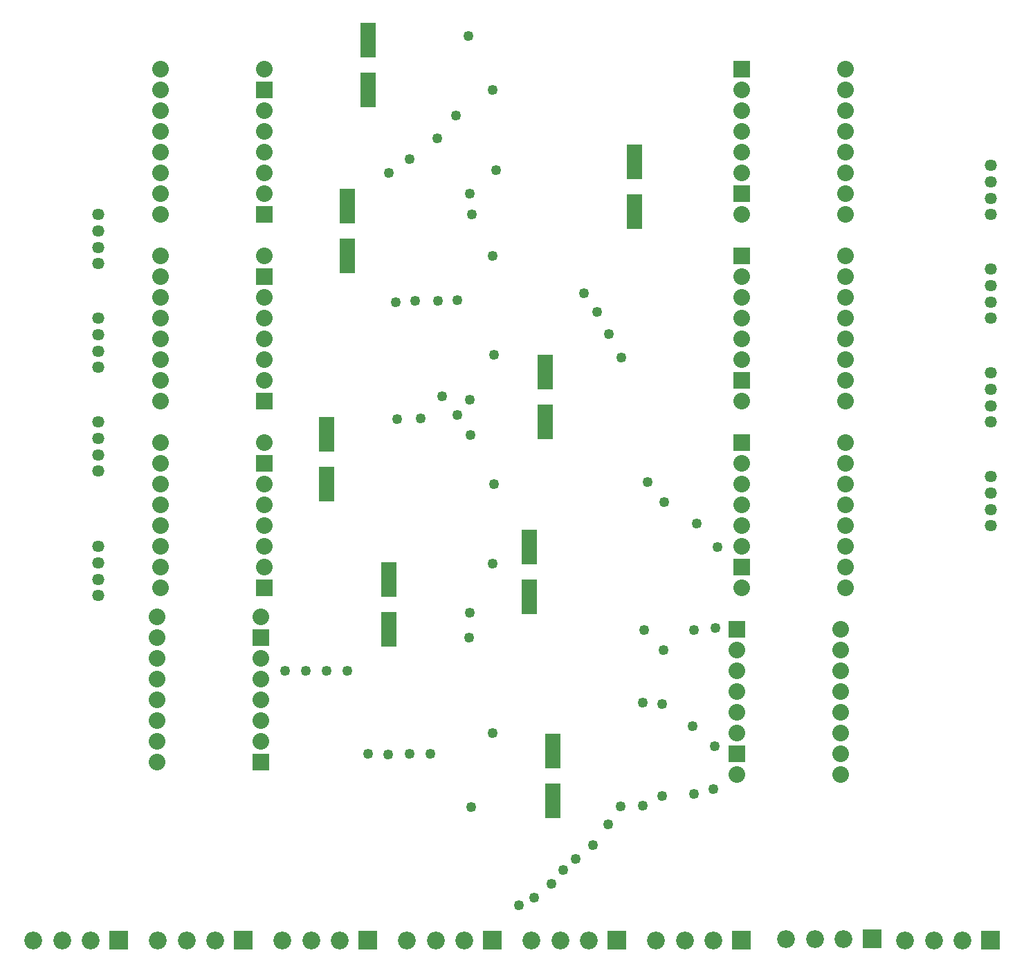
<source format=gbs>
G04 MADE WITH FRITZING*
G04 WWW.FRITZING.ORG*
G04 DOUBLE SIDED*
G04 HOLES PLATED*
G04 CONTOUR ON CENTER OF CONTOUR VECTOR*
%ASAXBY*%
%FSLAX23Y23*%
%MOIN*%
%OFA0B0*%
%SFA1.0B1.0*%
%ADD10C,0.080000*%
%ADD11C,0.057559*%
%ADD12C,0.086139*%
%ADD13C,0.049370*%
%ADD14R,0.072992X0.167480*%
%ADD15R,0.080000X0.080000*%
%ADD16R,0.001000X0.001000*%
%LNMASK0*%
G90*
G70*
G54D10*
X4031Y1393D03*
X3531Y1393D03*
X4031Y1493D03*
X3531Y1493D03*
X4031Y1593D03*
X3531Y1593D03*
X4031Y1693D03*
X3531Y1693D03*
X4031Y1793D03*
X3531Y1793D03*
X4031Y1893D03*
X3531Y1893D03*
X4031Y1993D03*
X3531Y1993D03*
X4031Y2093D03*
X3531Y2093D03*
X753Y2993D03*
X1253Y2993D03*
X753Y2893D03*
X1253Y2893D03*
X753Y2793D03*
X1253Y2793D03*
X753Y2693D03*
X1253Y2693D03*
X753Y2593D03*
X1253Y2593D03*
X753Y2493D03*
X1253Y2493D03*
X753Y2393D03*
X1253Y2393D03*
X753Y2293D03*
X1253Y2293D03*
X753Y4793D03*
X1253Y4793D03*
X753Y4693D03*
X1253Y4693D03*
X753Y4593D03*
X1253Y4593D03*
X753Y4493D03*
X1253Y4493D03*
X753Y4393D03*
X1253Y4393D03*
X753Y4293D03*
X1253Y4293D03*
X753Y4193D03*
X1253Y4193D03*
X753Y4093D03*
X1253Y4093D03*
X4053Y2293D03*
X3553Y2293D03*
X4053Y2393D03*
X3553Y2393D03*
X4053Y2493D03*
X3553Y2493D03*
X4053Y2593D03*
X3553Y2593D03*
X4053Y2693D03*
X3553Y2693D03*
X4053Y2793D03*
X3553Y2793D03*
X4053Y2893D03*
X3553Y2893D03*
X4053Y2993D03*
X3553Y2993D03*
X735Y2156D03*
X1235Y2156D03*
X735Y2056D03*
X1235Y2056D03*
X735Y1956D03*
X1235Y1956D03*
X735Y1856D03*
X1235Y1856D03*
X735Y1756D03*
X1235Y1756D03*
X735Y1656D03*
X1235Y1656D03*
X735Y1556D03*
X1235Y1556D03*
X735Y1456D03*
X1235Y1456D03*
X4053Y3194D03*
X3553Y3194D03*
X4053Y3294D03*
X3553Y3294D03*
X4053Y3394D03*
X3553Y3394D03*
X4053Y3494D03*
X3553Y3494D03*
X4053Y3594D03*
X3553Y3594D03*
X4053Y3694D03*
X3553Y3694D03*
X4053Y3794D03*
X3553Y3794D03*
X4053Y3894D03*
X3553Y3894D03*
X753Y3894D03*
X1253Y3894D03*
X753Y3794D03*
X1253Y3794D03*
X753Y3694D03*
X1253Y3694D03*
X753Y3594D03*
X1253Y3594D03*
X753Y3494D03*
X1253Y3494D03*
X753Y3394D03*
X1253Y3394D03*
X753Y3294D03*
X1253Y3294D03*
X753Y3194D03*
X1253Y3194D03*
X4053Y4093D03*
X3553Y4093D03*
X4053Y4194D03*
X3553Y4194D03*
X4053Y4294D03*
X3553Y4294D03*
X4053Y4394D03*
X3553Y4394D03*
X4053Y4494D03*
X3553Y4494D03*
X4053Y4594D03*
X3553Y4594D03*
X4053Y4694D03*
X3553Y4694D03*
X4053Y4794D03*
X3553Y4794D03*
G54D11*
X453Y3094D03*
X453Y3015D03*
X453Y2936D03*
X453Y2857D03*
X453Y3094D03*
X453Y3015D03*
X453Y2936D03*
X453Y2857D03*
X453Y3094D03*
X453Y3015D03*
X453Y2936D03*
X453Y2857D03*
X453Y2493D03*
X453Y2415D03*
X453Y2336D03*
X453Y2257D03*
X453Y2493D03*
X453Y2415D03*
X453Y2336D03*
X453Y2257D03*
X453Y2493D03*
X453Y2415D03*
X453Y2336D03*
X453Y2257D03*
X4753Y3094D03*
X4753Y3172D03*
X4753Y3251D03*
X4753Y3330D03*
X4753Y3094D03*
X4753Y3172D03*
X4753Y3251D03*
X4753Y3330D03*
X4753Y3094D03*
X4753Y3172D03*
X4753Y3251D03*
X4753Y3330D03*
X4753Y2593D03*
X4753Y2672D03*
X4753Y2751D03*
X4753Y2830D03*
X4753Y2593D03*
X4753Y2672D03*
X4753Y2751D03*
X4753Y2830D03*
X4753Y2593D03*
X4753Y2672D03*
X4753Y2751D03*
X4753Y2830D03*
X453Y4094D03*
X453Y4015D03*
X453Y3936D03*
X453Y3857D03*
X453Y4094D03*
X453Y4015D03*
X453Y3936D03*
X453Y3857D03*
X453Y4094D03*
X453Y4015D03*
X453Y3936D03*
X453Y3857D03*
X4753Y3594D03*
X4753Y3672D03*
X4753Y3751D03*
X4753Y3830D03*
X4753Y3594D03*
X4753Y3672D03*
X4753Y3751D03*
X4753Y3830D03*
X4753Y3594D03*
X4753Y3672D03*
X4753Y3751D03*
X4753Y3830D03*
X453Y3594D03*
X453Y3515D03*
X453Y3436D03*
X453Y3357D03*
X453Y3594D03*
X453Y3515D03*
X453Y3436D03*
X453Y3357D03*
X453Y3594D03*
X453Y3515D03*
X453Y3436D03*
X453Y3357D03*
X4753Y4093D03*
X4753Y4172D03*
X4753Y4251D03*
X4753Y4330D03*
X4753Y4093D03*
X4753Y4172D03*
X4753Y4251D03*
X4753Y4330D03*
X4753Y4093D03*
X4753Y4172D03*
X4753Y4251D03*
X4753Y4330D03*
G54D12*
X4753Y594D03*
X4616Y594D03*
X4478Y594D03*
X4340Y594D03*
X4753Y594D03*
X4616Y594D03*
X4478Y594D03*
X4340Y594D03*
X1153Y594D03*
X1016Y594D03*
X878Y594D03*
X740Y594D03*
X1153Y594D03*
X1016Y594D03*
X878Y594D03*
X740Y594D03*
X553Y594D03*
X416Y594D03*
X278Y594D03*
X140Y594D03*
X553Y594D03*
X416Y594D03*
X278Y594D03*
X140Y594D03*
X4181Y601D03*
X4043Y601D03*
X3905Y601D03*
X3767Y601D03*
X4181Y601D03*
X4043Y601D03*
X3905Y601D03*
X3767Y601D03*
X2353Y594D03*
X2216Y594D03*
X2078Y594D03*
X1940Y594D03*
X2353Y594D03*
X2216Y594D03*
X2078Y594D03*
X1940Y594D03*
X3553Y594D03*
X3416Y594D03*
X3278Y594D03*
X3140Y594D03*
X3553Y594D03*
X3416Y594D03*
X3278Y594D03*
X3140Y594D03*
X1753Y594D03*
X1616Y594D03*
X1478Y594D03*
X1340Y594D03*
X1753Y594D03*
X1616Y594D03*
X1478Y594D03*
X1340Y594D03*
X2953Y594D03*
X2816Y594D03*
X2678Y594D03*
X2540Y594D03*
X2953Y594D03*
X2816Y594D03*
X2678Y594D03*
X2540Y594D03*
G54D13*
X2242Y3201D03*
X2361Y2793D03*
X2246Y3031D03*
X2242Y2175D03*
X2240Y2055D03*
X2353Y1593D03*
X2353Y2412D03*
X2353Y4693D03*
X2253Y4093D03*
X2353Y3893D03*
X2361Y3419D03*
X2235Y4953D03*
X2242Y4193D03*
X2368Y4308D03*
X2250Y1238D03*
X1353Y1893D03*
X1453Y1893D03*
X1553Y1893D03*
X1653Y1893D03*
X1753Y1493D03*
X1850Y1490D03*
X1953Y1493D03*
X2053Y1493D03*
X1853Y4293D03*
X1953Y4360D03*
X2087Y4460D03*
X2176Y4571D03*
X1887Y3671D03*
X1979Y3679D03*
X2090Y3679D03*
X2183Y3682D03*
X1894Y3108D03*
X2005Y3112D03*
X2109Y3219D03*
X2183Y3127D03*
X3101Y2805D03*
X3083Y2090D03*
X3179Y2708D03*
X3176Y1993D03*
X3324Y2090D03*
X3335Y2606D03*
X3437Y2491D03*
X3427Y2101D03*
X2972Y3405D03*
X2913Y3518D03*
X2857Y3625D03*
X2794Y3714D03*
X2970Y1242D03*
X3423Y1532D03*
X3416Y1324D03*
X3316Y1627D03*
X3322Y1300D03*
X2909Y1155D03*
X2837Y1056D03*
X2753Y988D03*
X2694Y934D03*
X2635Y868D03*
X2553Y801D03*
X2479Y764D03*
X3168Y1734D03*
X3168Y1290D03*
X3076Y1742D03*
X3076Y1245D03*
G54D14*
X2531Y2250D03*
X2531Y2490D03*
G54D15*
X3531Y2093D03*
X3531Y1493D03*
X1253Y2293D03*
X1253Y2893D03*
X1253Y4093D03*
X1253Y4693D03*
X3553Y2994D03*
X3553Y2393D03*
X1235Y1456D03*
X1235Y2056D03*
X3553Y3894D03*
X3553Y3294D03*
X1253Y3194D03*
X1253Y3794D03*
X3553Y4794D03*
X3553Y4194D03*
G54D14*
X1553Y3034D03*
X1553Y2794D03*
X1853Y2334D03*
X1853Y2094D03*
X2642Y1268D03*
X2642Y1508D03*
X1753Y4934D03*
X1753Y4693D03*
X1653Y4134D03*
X1653Y3894D03*
X2605Y3094D03*
X2605Y3334D03*
X3037Y4109D03*
X3037Y4349D03*
G54D16*
X4136Y647D02*
X4225Y647D01*
X4136Y646D02*
X4225Y646D01*
X4136Y645D02*
X4225Y645D01*
X4136Y644D02*
X4225Y644D01*
X4136Y643D02*
X4225Y643D01*
X4136Y642D02*
X4225Y642D01*
X4136Y641D02*
X4225Y641D01*
X4136Y640D02*
X4225Y640D01*
X508Y639D02*
X597Y639D01*
X1108Y639D02*
X1197Y639D01*
X1708Y639D02*
X1797Y639D01*
X2308Y639D02*
X2397Y639D01*
X2908Y639D02*
X2997Y639D01*
X3508Y639D02*
X3597Y639D01*
X4136Y639D02*
X4225Y639D01*
X4708Y639D02*
X4797Y639D01*
X508Y638D02*
X597Y638D01*
X1108Y638D02*
X1197Y638D01*
X1708Y638D02*
X1797Y638D01*
X2308Y638D02*
X2397Y638D01*
X2908Y638D02*
X2997Y638D01*
X3508Y638D02*
X3597Y638D01*
X4136Y638D02*
X4225Y638D01*
X4708Y638D02*
X4797Y638D01*
X508Y637D02*
X597Y637D01*
X1108Y637D02*
X1197Y637D01*
X1708Y637D02*
X1797Y637D01*
X2308Y637D02*
X2397Y637D01*
X2908Y637D02*
X2997Y637D01*
X3508Y637D02*
X3597Y637D01*
X4136Y637D02*
X4225Y637D01*
X4708Y637D02*
X4797Y637D01*
X508Y636D02*
X597Y636D01*
X1108Y636D02*
X1197Y636D01*
X1708Y636D02*
X1797Y636D01*
X2308Y636D02*
X2397Y636D01*
X2908Y636D02*
X2997Y636D01*
X3508Y636D02*
X3597Y636D01*
X4136Y636D02*
X4225Y636D01*
X4708Y636D02*
X4797Y636D01*
X508Y635D02*
X597Y635D01*
X1108Y635D02*
X1197Y635D01*
X1708Y635D02*
X1797Y635D01*
X2308Y635D02*
X2397Y635D01*
X2908Y635D02*
X2997Y635D01*
X3508Y635D02*
X3597Y635D01*
X4136Y635D02*
X4225Y635D01*
X4708Y635D02*
X4797Y635D01*
X508Y634D02*
X597Y634D01*
X1108Y634D02*
X1197Y634D01*
X1708Y634D02*
X1797Y634D01*
X2308Y634D02*
X2397Y634D01*
X2908Y634D02*
X2997Y634D01*
X3508Y634D02*
X3597Y634D01*
X4136Y634D02*
X4225Y634D01*
X4708Y634D02*
X4797Y634D01*
X508Y633D02*
X597Y633D01*
X1108Y633D02*
X1197Y633D01*
X1708Y633D02*
X1797Y633D01*
X2308Y633D02*
X2397Y633D01*
X2908Y633D02*
X2997Y633D01*
X3508Y633D02*
X3597Y633D01*
X4136Y633D02*
X4225Y633D01*
X4708Y633D02*
X4797Y633D01*
X508Y632D02*
X597Y632D01*
X1108Y632D02*
X1197Y632D01*
X1708Y632D02*
X1797Y632D01*
X2308Y632D02*
X2397Y632D01*
X2908Y632D02*
X2997Y632D01*
X3508Y632D02*
X3597Y632D01*
X4136Y632D02*
X4225Y632D01*
X4708Y632D02*
X4797Y632D01*
X508Y631D02*
X597Y631D01*
X1108Y631D02*
X1197Y631D01*
X1708Y631D02*
X1797Y631D01*
X2308Y631D02*
X2397Y631D01*
X2908Y631D02*
X2997Y631D01*
X3508Y631D02*
X3597Y631D01*
X4136Y631D02*
X4225Y631D01*
X4708Y631D02*
X4797Y631D01*
X508Y630D02*
X597Y630D01*
X1108Y630D02*
X1197Y630D01*
X1708Y630D02*
X1797Y630D01*
X2308Y630D02*
X2397Y630D01*
X2908Y630D02*
X2997Y630D01*
X3508Y630D02*
X3597Y630D01*
X4136Y630D02*
X4225Y630D01*
X4708Y630D02*
X4797Y630D01*
X508Y629D02*
X597Y629D01*
X1108Y629D02*
X1197Y629D01*
X1708Y629D02*
X1797Y629D01*
X2308Y629D02*
X2397Y629D01*
X2908Y629D02*
X2997Y629D01*
X3508Y629D02*
X3597Y629D01*
X4136Y629D02*
X4225Y629D01*
X4708Y629D02*
X4797Y629D01*
X508Y628D02*
X597Y628D01*
X1108Y628D02*
X1197Y628D01*
X1708Y628D02*
X1797Y628D01*
X2308Y628D02*
X2397Y628D01*
X2908Y628D02*
X2997Y628D01*
X3508Y628D02*
X3597Y628D01*
X4136Y628D02*
X4225Y628D01*
X4708Y628D02*
X4797Y628D01*
X508Y627D02*
X597Y627D01*
X1108Y627D02*
X1197Y627D01*
X1708Y627D02*
X1797Y627D01*
X2308Y627D02*
X2397Y627D01*
X2908Y627D02*
X2997Y627D01*
X3508Y627D02*
X3597Y627D01*
X4136Y627D02*
X4225Y627D01*
X4708Y627D02*
X4797Y627D01*
X508Y626D02*
X597Y626D01*
X1108Y626D02*
X1197Y626D01*
X1708Y626D02*
X1797Y626D01*
X2308Y626D02*
X2397Y626D01*
X2908Y626D02*
X2997Y626D01*
X3508Y626D02*
X3597Y626D01*
X4136Y626D02*
X4225Y626D01*
X4708Y626D02*
X4797Y626D01*
X508Y625D02*
X597Y625D01*
X1108Y625D02*
X1197Y625D01*
X1708Y625D02*
X1797Y625D01*
X2308Y625D02*
X2397Y625D01*
X2908Y625D02*
X2997Y625D01*
X3508Y625D02*
X3597Y625D01*
X4136Y625D02*
X4225Y625D01*
X4708Y625D02*
X4797Y625D01*
X508Y624D02*
X597Y624D01*
X1108Y624D02*
X1197Y624D01*
X1708Y624D02*
X1797Y624D01*
X2308Y624D02*
X2397Y624D01*
X2908Y624D02*
X2997Y624D01*
X3508Y624D02*
X3597Y624D01*
X4136Y624D02*
X4225Y624D01*
X4708Y624D02*
X4797Y624D01*
X508Y623D02*
X597Y623D01*
X1108Y623D02*
X1197Y623D01*
X1708Y623D02*
X1797Y623D01*
X2308Y623D02*
X2397Y623D01*
X2908Y623D02*
X2997Y623D01*
X3508Y623D02*
X3597Y623D01*
X4136Y623D02*
X4225Y623D01*
X4708Y623D02*
X4797Y623D01*
X508Y622D02*
X597Y622D01*
X1108Y622D02*
X1197Y622D01*
X1708Y622D02*
X1797Y622D01*
X2308Y622D02*
X2397Y622D01*
X2908Y622D02*
X2997Y622D01*
X3508Y622D02*
X3597Y622D01*
X4136Y622D02*
X4225Y622D01*
X4708Y622D02*
X4797Y622D01*
X508Y621D02*
X597Y621D01*
X1108Y621D02*
X1197Y621D01*
X1708Y621D02*
X1797Y621D01*
X2308Y621D02*
X2397Y621D01*
X2908Y621D02*
X2997Y621D01*
X3508Y621D02*
X3597Y621D01*
X4136Y621D02*
X4176Y621D01*
X4185Y621D02*
X4225Y621D01*
X4708Y621D02*
X4797Y621D01*
X508Y620D02*
X597Y620D01*
X1108Y620D02*
X1197Y620D01*
X1708Y620D02*
X1797Y620D01*
X2308Y620D02*
X2397Y620D01*
X2908Y620D02*
X2997Y620D01*
X3508Y620D02*
X3597Y620D01*
X4136Y620D02*
X4172Y620D01*
X4188Y620D02*
X4225Y620D01*
X4708Y620D02*
X4797Y620D01*
X508Y619D02*
X597Y619D01*
X1108Y619D02*
X1197Y619D01*
X1708Y619D02*
X1797Y619D01*
X2308Y619D02*
X2397Y619D01*
X2908Y619D02*
X2997Y619D01*
X3508Y619D02*
X3597Y619D01*
X4136Y619D02*
X4171Y619D01*
X4190Y619D02*
X4225Y619D01*
X4708Y619D02*
X4797Y619D01*
X508Y618D02*
X597Y618D01*
X1108Y618D02*
X1197Y618D01*
X1708Y618D02*
X1797Y618D01*
X2308Y618D02*
X2397Y618D01*
X2908Y618D02*
X2997Y618D01*
X3508Y618D02*
X3597Y618D01*
X4136Y618D02*
X4169Y618D01*
X4191Y618D02*
X4225Y618D01*
X4708Y618D02*
X4797Y618D01*
X508Y617D02*
X597Y617D01*
X1108Y617D02*
X1197Y617D01*
X1708Y617D02*
X1797Y617D01*
X2308Y617D02*
X2397Y617D01*
X2908Y617D02*
X2997Y617D01*
X3508Y617D02*
X3597Y617D01*
X4136Y617D02*
X4168Y617D01*
X4193Y617D02*
X4225Y617D01*
X4708Y617D02*
X4797Y617D01*
X508Y616D02*
X597Y616D01*
X1108Y616D02*
X1197Y616D01*
X1708Y616D02*
X1797Y616D01*
X2308Y616D02*
X2397Y616D01*
X2908Y616D02*
X2997Y616D01*
X3508Y616D02*
X3597Y616D01*
X4136Y616D02*
X4167Y616D01*
X4194Y616D02*
X4225Y616D01*
X4708Y616D02*
X4797Y616D01*
X508Y615D02*
X597Y615D01*
X1108Y615D02*
X1197Y615D01*
X1708Y615D02*
X1797Y615D01*
X2308Y615D02*
X2397Y615D01*
X2908Y615D02*
X2997Y615D01*
X3508Y615D02*
X3597Y615D01*
X4136Y615D02*
X4166Y615D01*
X4195Y615D02*
X4225Y615D01*
X4708Y615D02*
X4797Y615D01*
X508Y614D02*
X597Y614D01*
X1108Y614D02*
X1197Y614D01*
X1708Y614D02*
X1797Y614D01*
X2308Y614D02*
X2397Y614D01*
X2908Y614D02*
X2997Y614D01*
X3508Y614D02*
X3597Y614D01*
X4136Y614D02*
X4165Y614D01*
X4195Y614D02*
X4225Y614D01*
X4708Y614D02*
X4797Y614D01*
X508Y613D02*
X548Y613D01*
X558Y613D02*
X597Y613D01*
X1108Y613D02*
X1148Y613D01*
X1158Y613D02*
X1197Y613D01*
X1708Y613D02*
X1748Y613D01*
X1758Y613D02*
X1797Y613D01*
X2308Y613D02*
X2348Y613D01*
X2358Y613D02*
X2397Y613D01*
X2908Y613D02*
X2948Y613D01*
X2958Y613D02*
X2997Y613D01*
X3508Y613D02*
X3548Y613D01*
X3558Y613D02*
X3597Y613D01*
X4136Y613D02*
X4164Y613D01*
X4196Y613D02*
X4225Y613D01*
X4708Y613D02*
X4748Y613D01*
X4758Y613D02*
X4797Y613D01*
X508Y612D02*
X545Y612D01*
X561Y612D02*
X597Y612D01*
X1108Y612D02*
X1145Y612D01*
X1161Y612D02*
X1197Y612D01*
X1708Y612D02*
X1745Y612D01*
X1761Y612D02*
X1797Y612D01*
X2308Y612D02*
X2345Y612D01*
X2361Y612D02*
X2397Y612D01*
X2908Y612D02*
X2945Y612D01*
X2961Y612D02*
X2997Y612D01*
X3508Y612D02*
X3545Y612D01*
X3561Y612D02*
X3597Y612D01*
X4136Y612D02*
X4163Y612D01*
X4197Y612D02*
X4225Y612D01*
X4708Y612D02*
X4745Y612D01*
X4761Y612D02*
X4797Y612D01*
X508Y611D02*
X543Y611D01*
X563Y611D02*
X597Y611D01*
X1108Y611D02*
X1143Y611D01*
X1163Y611D02*
X1197Y611D01*
X1708Y611D02*
X1743Y611D01*
X1763Y611D02*
X1797Y611D01*
X2308Y611D02*
X2343Y611D01*
X2363Y611D02*
X2397Y611D01*
X2908Y611D02*
X2943Y611D01*
X2963Y611D02*
X2997Y611D01*
X3508Y611D02*
X3543Y611D01*
X3563Y611D02*
X3597Y611D01*
X4136Y611D02*
X4163Y611D01*
X4197Y611D02*
X4225Y611D01*
X4708Y611D02*
X4743Y611D01*
X4763Y611D02*
X4797Y611D01*
X508Y610D02*
X541Y610D01*
X564Y610D02*
X597Y610D01*
X1108Y610D02*
X1141Y610D01*
X1164Y610D02*
X1197Y610D01*
X1708Y610D02*
X1741Y610D01*
X1764Y610D02*
X1797Y610D01*
X2308Y610D02*
X2341Y610D01*
X2364Y610D02*
X2397Y610D01*
X2908Y610D02*
X2941Y610D01*
X2964Y610D02*
X2997Y610D01*
X3508Y610D02*
X3541Y610D01*
X3564Y610D02*
X3597Y610D01*
X4136Y610D02*
X4162Y610D01*
X4198Y610D02*
X4225Y610D01*
X4708Y610D02*
X4741Y610D01*
X4764Y610D02*
X4797Y610D01*
X508Y609D02*
X540Y609D01*
X565Y609D02*
X597Y609D01*
X1108Y609D02*
X1140Y609D01*
X1165Y609D02*
X1197Y609D01*
X1708Y609D02*
X1740Y609D01*
X1765Y609D02*
X1797Y609D01*
X2308Y609D02*
X2340Y609D01*
X2365Y609D02*
X2397Y609D01*
X2908Y609D02*
X2940Y609D01*
X2965Y609D02*
X2997Y609D01*
X3508Y609D02*
X3540Y609D01*
X3565Y609D02*
X3597Y609D01*
X4136Y609D02*
X4162Y609D01*
X4198Y609D02*
X4225Y609D01*
X4708Y609D02*
X4740Y609D01*
X4765Y609D02*
X4797Y609D01*
X508Y608D02*
X539Y608D01*
X567Y608D02*
X597Y608D01*
X1108Y608D02*
X1139Y608D01*
X1167Y608D02*
X1197Y608D01*
X1708Y608D02*
X1739Y608D01*
X1767Y608D02*
X1797Y608D01*
X2308Y608D02*
X2339Y608D01*
X2367Y608D02*
X2397Y608D01*
X2908Y608D02*
X2939Y608D01*
X2967Y608D02*
X2997Y608D01*
X3508Y608D02*
X3539Y608D01*
X3567Y608D02*
X3597Y608D01*
X4136Y608D02*
X4162Y608D01*
X4199Y608D02*
X4225Y608D01*
X4708Y608D02*
X4739Y608D01*
X4766Y608D02*
X4797Y608D01*
X508Y607D02*
X538Y607D01*
X567Y607D02*
X597Y607D01*
X1108Y607D02*
X1138Y607D01*
X1167Y607D02*
X1197Y607D01*
X1708Y607D02*
X1738Y607D01*
X1767Y607D02*
X1797Y607D01*
X2308Y607D02*
X2338Y607D01*
X2367Y607D02*
X2397Y607D01*
X2908Y607D02*
X2938Y607D01*
X2967Y607D02*
X2997Y607D01*
X3508Y607D02*
X3538Y607D01*
X3567Y607D02*
X3597Y607D01*
X4136Y607D02*
X4161Y607D01*
X4199Y607D02*
X4225Y607D01*
X4708Y607D02*
X4738Y607D01*
X4767Y607D02*
X4797Y607D01*
X508Y606D02*
X537Y606D01*
X568Y606D02*
X597Y606D01*
X1108Y606D02*
X1137Y606D01*
X1168Y606D02*
X1197Y606D01*
X1708Y606D02*
X1737Y606D01*
X1768Y606D02*
X1797Y606D01*
X2308Y606D02*
X2337Y606D01*
X2368Y606D02*
X2397Y606D01*
X2908Y606D02*
X2937Y606D01*
X2968Y606D02*
X2997Y606D01*
X3508Y606D02*
X3537Y606D01*
X3568Y606D02*
X3597Y606D01*
X4136Y606D02*
X4161Y606D01*
X4199Y606D02*
X4225Y606D01*
X4708Y606D02*
X4737Y606D01*
X4768Y606D02*
X4797Y606D01*
X508Y605D02*
X537Y605D01*
X569Y605D02*
X597Y605D01*
X1108Y605D02*
X1137Y605D01*
X1169Y605D02*
X1197Y605D01*
X1708Y605D02*
X1737Y605D01*
X1769Y605D02*
X1797Y605D01*
X2308Y605D02*
X2337Y605D01*
X2369Y605D02*
X2397Y605D01*
X2908Y605D02*
X2937Y605D01*
X2969Y605D02*
X2997Y605D01*
X3508Y605D02*
X3537Y605D01*
X3569Y605D02*
X3597Y605D01*
X4136Y605D02*
X4161Y605D01*
X4199Y605D02*
X4225Y605D01*
X4708Y605D02*
X4737Y605D01*
X4769Y605D02*
X4797Y605D01*
X508Y604D02*
X536Y604D01*
X570Y604D02*
X597Y604D01*
X1108Y604D02*
X1136Y604D01*
X1170Y604D02*
X1197Y604D01*
X1708Y604D02*
X1736Y604D01*
X1770Y604D02*
X1797Y604D01*
X2308Y604D02*
X2336Y604D01*
X2370Y604D02*
X2397Y604D01*
X2908Y604D02*
X2936Y604D01*
X2970Y604D02*
X2997Y604D01*
X3508Y604D02*
X3536Y604D01*
X3570Y604D02*
X3597Y604D01*
X4136Y604D02*
X4161Y604D01*
X4199Y604D02*
X4225Y604D01*
X4708Y604D02*
X4736Y604D01*
X4770Y604D02*
X4797Y604D01*
X508Y603D02*
X536Y603D01*
X570Y603D02*
X597Y603D01*
X1108Y603D02*
X1136Y603D01*
X1170Y603D02*
X1197Y603D01*
X1708Y603D02*
X1736Y603D01*
X1770Y603D02*
X1797Y603D01*
X2308Y603D02*
X2336Y603D01*
X2370Y603D02*
X2397Y603D01*
X2908Y603D02*
X2935Y603D01*
X2970Y603D02*
X2997Y603D01*
X3508Y603D02*
X3535Y603D01*
X3570Y603D02*
X3597Y603D01*
X4136Y603D02*
X4161Y603D01*
X4199Y603D02*
X4225Y603D01*
X4708Y603D02*
X4735Y603D01*
X4770Y603D02*
X4797Y603D01*
X508Y602D02*
X535Y602D01*
X571Y602D02*
X597Y602D01*
X1108Y602D02*
X1135Y602D01*
X1171Y602D02*
X1197Y602D01*
X1708Y602D02*
X1735Y602D01*
X1771Y602D02*
X1797Y602D01*
X2308Y602D02*
X2335Y602D01*
X2371Y602D02*
X2397Y602D01*
X2908Y602D02*
X2935Y602D01*
X2971Y602D02*
X2997Y602D01*
X3508Y602D02*
X3535Y602D01*
X3571Y602D02*
X3597Y602D01*
X4136Y602D02*
X4161Y602D01*
X4199Y602D02*
X4225Y602D01*
X4708Y602D02*
X4735Y602D01*
X4771Y602D02*
X4797Y602D01*
X508Y601D02*
X535Y601D01*
X571Y601D02*
X597Y601D01*
X1108Y601D02*
X1135Y601D01*
X1171Y601D02*
X1197Y601D01*
X1708Y601D02*
X1735Y601D01*
X1771Y601D02*
X1797Y601D01*
X2308Y601D02*
X2335Y601D01*
X2371Y601D02*
X2397Y601D01*
X2908Y601D02*
X2935Y601D01*
X2971Y601D02*
X2997Y601D01*
X3508Y601D02*
X3535Y601D01*
X3571Y601D02*
X3597Y601D01*
X4136Y601D02*
X4161Y601D01*
X4199Y601D02*
X4225Y601D01*
X4708Y601D02*
X4735Y601D01*
X4771Y601D02*
X4797Y601D01*
X508Y600D02*
X534Y600D01*
X571Y600D02*
X597Y600D01*
X1108Y600D02*
X1134Y600D01*
X1171Y600D02*
X1197Y600D01*
X1708Y600D02*
X1734Y600D01*
X1771Y600D02*
X1797Y600D01*
X2308Y600D02*
X2334Y600D01*
X2371Y600D02*
X2397Y600D01*
X2908Y600D02*
X2934Y600D01*
X2971Y600D02*
X2997Y600D01*
X3508Y600D02*
X3534Y600D01*
X3571Y600D02*
X3597Y600D01*
X4136Y600D02*
X4161Y600D01*
X4199Y600D02*
X4225Y600D01*
X4708Y600D02*
X4734Y600D01*
X4771Y600D02*
X4797Y600D01*
X508Y599D02*
X534Y599D01*
X572Y599D02*
X597Y599D01*
X1108Y599D02*
X1134Y599D01*
X1172Y599D02*
X1197Y599D01*
X1708Y599D02*
X1734Y599D01*
X1772Y599D02*
X1797Y599D01*
X2308Y599D02*
X2334Y599D01*
X2372Y599D02*
X2397Y599D01*
X2908Y599D02*
X2934Y599D01*
X2972Y599D02*
X2997Y599D01*
X3508Y599D02*
X3534Y599D01*
X3571Y599D02*
X3597Y599D01*
X4136Y599D02*
X4161Y599D01*
X4199Y599D02*
X4225Y599D01*
X4708Y599D02*
X4734Y599D01*
X4771Y599D02*
X4797Y599D01*
X508Y598D02*
X534Y598D01*
X572Y598D02*
X597Y598D01*
X1108Y598D02*
X1134Y598D01*
X1172Y598D02*
X1197Y598D01*
X1708Y598D02*
X1734Y598D01*
X1772Y598D02*
X1797Y598D01*
X2308Y598D02*
X2334Y598D01*
X2372Y598D02*
X2397Y598D01*
X2908Y598D02*
X2934Y598D01*
X2972Y598D02*
X2997Y598D01*
X3508Y598D02*
X3534Y598D01*
X3572Y598D02*
X3597Y598D01*
X4136Y598D02*
X4162Y598D01*
X4199Y598D02*
X4225Y598D01*
X4708Y598D02*
X4734Y598D01*
X4772Y598D02*
X4797Y598D01*
X508Y597D02*
X534Y597D01*
X572Y597D02*
X597Y597D01*
X1108Y597D02*
X1134Y597D01*
X1172Y597D02*
X1197Y597D01*
X1708Y597D02*
X1734Y597D01*
X1772Y597D02*
X1797Y597D01*
X2308Y597D02*
X2334Y597D01*
X2372Y597D02*
X2397Y597D01*
X2908Y597D02*
X2934Y597D01*
X2972Y597D02*
X2997Y597D01*
X3508Y597D02*
X3534Y597D01*
X3572Y597D02*
X3597Y597D01*
X4136Y597D02*
X4162Y597D01*
X4198Y597D02*
X4225Y597D01*
X4708Y597D02*
X4734Y597D01*
X4772Y597D02*
X4797Y597D01*
X508Y596D02*
X534Y596D01*
X572Y596D02*
X597Y596D01*
X1108Y596D02*
X1134Y596D01*
X1172Y596D02*
X1197Y596D01*
X1708Y596D02*
X1734Y596D01*
X1772Y596D02*
X1797Y596D01*
X2308Y596D02*
X2334Y596D01*
X2372Y596D02*
X2397Y596D01*
X2908Y596D02*
X2934Y596D01*
X2972Y596D02*
X2997Y596D01*
X3508Y596D02*
X3534Y596D01*
X3572Y596D02*
X3597Y596D01*
X4136Y596D02*
X4162Y596D01*
X4198Y596D02*
X4225Y596D01*
X4708Y596D02*
X4734Y596D01*
X4772Y596D02*
X4797Y596D01*
X508Y595D02*
X534Y595D01*
X572Y595D02*
X597Y595D01*
X1108Y595D02*
X1134Y595D01*
X1172Y595D02*
X1197Y595D01*
X1708Y595D02*
X1734Y595D01*
X1772Y595D02*
X1797Y595D01*
X2308Y595D02*
X2334Y595D01*
X2372Y595D02*
X2397Y595D01*
X2908Y595D02*
X2934Y595D01*
X2972Y595D02*
X2997Y595D01*
X3508Y595D02*
X3534Y595D01*
X3572Y595D02*
X3597Y595D01*
X4136Y595D02*
X4163Y595D01*
X4198Y595D02*
X4225Y595D01*
X4708Y595D02*
X4734Y595D01*
X4772Y595D02*
X4797Y595D01*
X508Y594D02*
X534Y594D01*
X572Y594D02*
X597Y594D01*
X1108Y594D02*
X1134Y594D01*
X1172Y594D02*
X1197Y594D01*
X1708Y594D02*
X1734Y594D01*
X1772Y594D02*
X1797Y594D01*
X2308Y594D02*
X2334Y594D01*
X2372Y594D02*
X2397Y594D01*
X2908Y594D02*
X2934Y594D01*
X2972Y594D02*
X2997Y594D01*
X3508Y594D02*
X3534Y594D01*
X3572Y594D02*
X3597Y594D01*
X4136Y594D02*
X4163Y594D01*
X4197Y594D02*
X4225Y594D01*
X4708Y594D02*
X4734Y594D01*
X4772Y594D02*
X4797Y594D01*
X508Y593D02*
X534Y593D01*
X572Y593D02*
X597Y593D01*
X1108Y593D02*
X1134Y593D01*
X1172Y593D02*
X1197Y593D01*
X1708Y593D02*
X1734Y593D01*
X1772Y593D02*
X1797Y593D01*
X2308Y593D02*
X2334Y593D01*
X2372Y593D02*
X2397Y593D01*
X2908Y593D02*
X2934Y593D01*
X2972Y593D02*
X2997Y593D01*
X3508Y593D02*
X3534Y593D01*
X3572Y593D02*
X3597Y593D01*
X4136Y593D02*
X4164Y593D01*
X4197Y593D02*
X4225Y593D01*
X4708Y593D02*
X4734Y593D01*
X4772Y593D02*
X4797Y593D01*
X508Y592D02*
X534Y592D01*
X572Y592D02*
X597Y592D01*
X1108Y592D02*
X1134Y592D01*
X1172Y592D02*
X1197Y592D01*
X1708Y592D02*
X1734Y592D01*
X1772Y592D02*
X1797Y592D01*
X2308Y592D02*
X2334Y592D01*
X2372Y592D02*
X2397Y592D01*
X2908Y592D02*
X2934Y592D01*
X2972Y592D02*
X2997Y592D01*
X3508Y592D02*
X3534Y592D01*
X3572Y592D02*
X3597Y592D01*
X4136Y592D02*
X4164Y592D01*
X4196Y592D02*
X4225Y592D01*
X4708Y592D02*
X4734Y592D01*
X4772Y592D02*
X4797Y592D01*
X508Y591D02*
X534Y591D01*
X572Y591D02*
X597Y591D01*
X1108Y591D02*
X1134Y591D01*
X1172Y591D02*
X1197Y591D01*
X1708Y591D02*
X1734Y591D01*
X1772Y591D02*
X1797Y591D01*
X2308Y591D02*
X2334Y591D01*
X2372Y591D02*
X2397Y591D01*
X2908Y591D02*
X2934Y591D01*
X2972Y591D02*
X2997Y591D01*
X3508Y591D02*
X3534Y591D01*
X3572Y591D02*
X3597Y591D01*
X4136Y591D02*
X4165Y591D01*
X4195Y591D02*
X4225Y591D01*
X4708Y591D02*
X4734Y591D01*
X4772Y591D02*
X4797Y591D01*
X508Y590D02*
X534Y590D01*
X571Y590D02*
X597Y590D01*
X1108Y590D02*
X1134Y590D01*
X1171Y590D02*
X1197Y590D01*
X1708Y590D02*
X1734Y590D01*
X1771Y590D02*
X1797Y590D01*
X2308Y590D02*
X2334Y590D01*
X2371Y590D02*
X2397Y590D01*
X2908Y590D02*
X2934Y590D01*
X2971Y590D02*
X2997Y590D01*
X3508Y590D02*
X3534Y590D01*
X3571Y590D02*
X3597Y590D01*
X4136Y590D02*
X4166Y590D01*
X4194Y590D02*
X4225Y590D01*
X4708Y590D02*
X4734Y590D01*
X4771Y590D02*
X4797Y590D01*
X508Y589D02*
X535Y589D01*
X571Y589D02*
X597Y589D01*
X1108Y589D02*
X1135Y589D01*
X1171Y589D02*
X1197Y589D01*
X1708Y589D02*
X1735Y589D01*
X1771Y589D02*
X1797Y589D01*
X2308Y589D02*
X2335Y589D01*
X2371Y589D02*
X2397Y589D01*
X2908Y589D02*
X2935Y589D01*
X2971Y589D02*
X2997Y589D01*
X3508Y589D02*
X3535Y589D01*
X3571Y589D02*
X3597Y589D01*
X4136Y589D02*
X4167Y589D01*
X4193Y589D02*
X4225Y589D01*
X4708Y589D02*
X4735Y589D01*
X4771Y589D02*
X4797Y589D01*
X508Y588D02*
X535Y588D01*
X571Y588D02*
X597Y588D01*
X1108Y588D02*
X1135Y588D01*
X1171Y588D02*
X1197Y588D01*
X1708Y588D02*
X1735Y588D01*
X1771Y588D02*
X1797Y588D01*
X2308Y588D02*
X2335Y588D01*
X2371Y588D02*
X2397Y588D01*
X2908Y588D02*
X2935Y588D01*
X2971Y588D02*
X2997Y588D01*
X3508Y588D02*
X3535Y588D01*
X3571Y588D02*
X3597Y588D01*
X4136Y588D02*
X4168Y588D01*
X4192Y588D02*
X4225Y588D01*
X4708Y588D02*
X4735Y588D01*
X4771Y588D02*
X4797Y588D01*
X508Y587D02*
X535Y587D01*
X570Y587D02*
X597Y587D01*
X1108Y587D02*
X1135Y587D01*
X1170Y587D02*
X1197Y587D01*
X1708Y587D02*
X1735Y587D01*
X1770Y587D02*
X1797Y587D01*
X2308Y587D02*
X2335Y587D01*
X2370Y587D02*
X2397Y587D01*
X2908Y587D02*
X2935Y587D01*
X2970Y587D02*
X2997Y587D01*
X3508Y587D02*
X3535Y587D01*
X3570Y587D02*
X3597Y587D01*
X4136Y587D02*
X4170Y587D01*
X4191Y587D02*
X4225Y587D01*
X4708Y587D02*
X4735Y587D01*
X4770Y587D02*
X4797Y587D01*
X508Y586D02*
X536Y586D01*
X570Y586D02*
X597Y586D01*
X1108Y586D02*
X1136Y586D01*
X1170Y586D02*
X1197Y586D01*
X1708Y586D02*
X1736Y586D01*
X1770Y586D02*
X1797Y586D01*
X2308Y586D02*
X2336Y586D01*
X2370Y586D02*
X2397Y586D01*
X2908Y586D02*
X2936Y586D01*
X2970Y586D02*
X2997Y586D01*
X3508Y586D02*
X3536Y586D01*
X3570Y586D02*
X3597Y586D01*
X4136Y586D02*
X4172Y586D01*
X4189Y586D02*
X4225Y586D01*
X4708Y586D02*
X4736Y586D01*
X4770Y586D02*
X4797Y586D01*
X508Y585D02*
X537Y585D01*
X569Y585D02*
X597Y585D01*
X1108Y585D02*
X1137Y585D01*
X1169Y585D02*
X1197Y585D01*
X1708Y585D02*
X1737Y585D01*
X1769Y585D02*
X1797Y585D01*
X2308Y585D02*
X2337Y585D01*
X2369Y585D02*
X2397Y585D01*
X2908Y585D02*
X2937Y585D01*
X2969Y585D02*
X2997Y585D01*
X3508Y585D02*
X3537Y585D01*
X3569Y585D02*
X3597Y585D01*
X4136Y585D02*
X4174Y585D01*
X4186Y585D02*
X4225Y585D01*
X4708Y585D02*
X4736Y585D01*
X4769Y585D02*
X4797Y585D01*
X508Y584D02*
X537Y584D01*
X568Y584D02*
X597Y584D01*
X1108Y584D02*
X1137Y584D01*
X1168Y584D02*
X1197Y584D01*
X1708Y584D02*
X1737Y584D01*
X1768Y584D02*
X1797Y584D01*
X2308Y584D02*
X2337Y584D01*
X2368Y584D02*
X2397Y584D01*
X2908Y584D02*
X2937Y584D01*
X2968Y584D02*
X2997Y584D01*
X3508Y584D02*
X3537Y584D01*
X3568Y584D02*
X3597Y584D01*
X4136Y584D02*
X4225Y584D01*
X4708Y584D02*
X4737Y584D01*
X4768Y584D02*
X4797Y584D01*
X508Y583D02*
X538Y583D01*
X568Y583D02*
X597Y583D01*
X1108Y583D02*
X1138Y583D01*
X1168Y583D02*
X1197Y583D01*
X1708Y583D02*
X1738Y583D01*
X1768Y583D02*
X1797Y583D01*
X2308Y583D02*
X2338Y583D01*
X2368Y583D02*
X2397Y583D01*
X2908Y583D02*
X2938Y583D01*
X2967Y583D02*
X2997Y583D01*
X3508Y583D02*
X3538Y583D01*
X3567Y583D02*
X3597Y583D01*
X4136Y583D02*
X4225Y583D01*
X4708Y583D02*
X4738Y583D01*
X4767Y583D02*
X4797Y583D01*
X508Y582D02*
X539Y582D01*
X567Y582D02*
X597Y582D01*
X1108Y582D02*
X1139Y582D01*
X1167Y582D02*
X1197Y582D01*
X1708Y582D02*
X1739Y582D01*
X1767Y582D02*
X1797Y582D01*
X2308Y582D02*
X2339Y582D01*
X2367Y582D02*
X2397Y582D01*
X2908Y582D02*
X2939Y582D01*
X2967Y582D02*
X2997Y582D01*
X3508Y582D02*
X3539Y582D01*
X3567Y582D02*
X3597Y582D01*
X4136Y582D02*
X4225Y582D01*
X4708Y582D02*
X4739Y582D01*
X4767Y582D02*
X4797Y582D01*
X508Y581D02*
X540Y581D01*
X566Y581D02*
X597Y581D01*
X1108Y581D02*
X1140Y581D01*
X1166Y581D02*
X1197Y581D01*
X1708Y581D02*
X1740Y581D01*
X1766Y581D02*
X1797Y581D01*
X2308Y581D02*
X2340Y581D01*
X2366Y581D02*
X2397Y581D01*
X2908Y581D02*
X2940Y581D01*
X2966Y581D02*
X2997Y581D01*
X3508Y581D02*
X3540Y581D01*
X3566Y581D02*
X3597Y581D01*
X4136Y581D02*
X4225Y581D01*
X4708Y581D02*
X4740Y581D01*
X4766Y581D02*
X4797Y581D01*
X508Y580D02*
X541Y580D01*
X564Y580D02*
X597Y580D01*
X1108Y580D02*
X1141Y580D01*
X1164Y580D02*
X1197Y580D01*
X1708Y580D02*
X1741Y580D01*
X1764Y580D02*
X1797Y580D01*
X2308Y580D02*
X2341Y580D01*
X2364Y580D02*
X2397Y580D01*
X2908Y580D02*
X2941Y580D01*
X2964Y580D02*
X2997Y580D01*
X3508Y580D02*
X3541Y580D01*
X3564Y580D02*
X3597Y580D01*
X4136Y580D02*
X4225Y580D01*
X4708Y580D02*
X4741Y580D01*
X4764Y580D02*
X4797Y580D01*
X508Y579D02*
X543Y579D01*
X563Y579D02*
X597Y579D01*
X1108Y579D02*
X1143Y579D01*
X1163Y579D02*
X1197Y579D01*
X1708Y579D02*
X1743Y579D01*
X1763Y579D02*
X1797Y579D01*
X2308Y579D02*
X2343Y579D01*
X2363Y579D02*
X2397Y579D01*
X2908Y579D02*
X2943Y579D01*
X2963Y579D02*
X2997Y579D01*
X3508Y579D02*
X3543Y579D01*
X3563Y579D02*
X3597Y579D01*
X4136Y579D02*
X4225Y579D01*
X4708Y579D02*
X4743Y579D01*
X4763Y579D02*
X4797Y579D01*
X508Y578D02*
X545Y578D01*
X561Y578D02*
X597Y578D01*
X1108Y578D02*
X1145Y578D01*
X1161Y578D02*
X1197Y578D01*
X1708Y578D02*
X1744Y578D01*
X1761Y578D02*
X1797Y578D01*
X2308Y578D02*
X2344Y578D01*
X2361Y578D02*
X2397Y578D01*
X2908Y578D02*
X2944Y578D01*
X2961Y578D02*
X2997Y578D01*
X3508Y578D02*
X3544Y578D01*
X3561Y578D02*
X3597Y578D01*
X4136Y578D02*
X4225Y578D01*
X4708Y578D02*
X4744Y578D01*
X4761Y578D02*
X4797Y578D01*
X508Y577D02*
X547Y577D01*
X558Y577D02*
X597Y577D01*
X1108Y577D02*
X1147Y577D01*
X1158Y577D02*
X1197Y577D01*
X1708Y577D02*
X1747Y577D01*
X1758Y577D02*
X1797Y577D01*
X2308Y577D02*
X2347Y577D01*
X2358Y577D02*
X2397Y577D01*
X2908Y577D02*
X2947Y577D01*
X2958Y577D02*
X2997Y577D01*
X3508Y577D02*
X3547Y577D01*
X3558Y577D02*
X3597Y577D01*
X4136Y577D02*
X4225Y577D01*
X4708Y577D02*
X4747Y577D01*
X4758Y577D02*
X4797Y577D01*
X508Y576D02*
X597Y576D01*
X1108Y576D02*
X1197Y576D01*
X1708Y576D02*
X1797Y576D01*
X2308Y576D02*
X2397Y576D01*
X2908Y576D02*
X2997Y576D01*
X3508Y576D02*
X3597Y576D01*
X4136Y576D02*
X4225Y576D01*
X4708Y576D02*
X4797Y576D01*
X508Y575D02*
X597Y575D01*
X1108Y575D02*
X1197Y575D01*
X1708Y575D02*
X1797Y575D01*
X2308Y575D02*
X2397Y575D01*
X2908Y575D02*
X2997Y575D01*
X3508Y575D02*
X3597Y575D01*
X4136Y575D02*
X4225Y575D01*
X4708Y575D02*
X4797Y575D01*
X508Y574D02*
X597Y574D01*
X1108Y574D02*
X1197Y574D01*
X1708Y574D02*
X1797Y574D01*
X2308Y574D02*
X2397Y574D01*
X2908Y574D02*
X2997Y574D01*
X3508Y574D02*
X3597Y574D01*
X4136Y574D02*
X4225Y574D01*
X4708Y574D02*
X4797Y574D01*
X508Y573D02*
X597Y573D01*
X1108Y573D02*
X1197Y573D01*
X1708Y573D02*
X1797Y573D01*
X2308Y573D02*
X2397Y573D01*
X2908Y573D02*
X2997Y573D01*
X3508Y573D02*
X3597Y573D01*
X4136Y573D02*
X4225Y573D01*
X4708Y573D02*
X4797Y573D01*
X508Y572D02*
X597Y572D01*
X1108Y572D02*
X1197Y572D01*
X1708Y572D02*
X1797Y572D01*
X2308Y572D02*
X2397Y572D01*
X2908Y572D02*
X2997Y572D01*
X3508Y572D02*
X3597Y572D01*
X4136Y572D02*
X4225Y572D01*
X4708Y572D02*
X4797Y572D01*
X508Y571D02*
X597Y571D01*
X1108Y571D02*
X1197Y571D01*
X1708Y571D02*
X1797Y571D01*
X2308Y571D02*
X2397Y571D01*
X2908Y571D02*
X2997Y571D01*
X3508Y571D02*
X3597Y571D01*
X4136Y571D02*
X4225Y571D01*
X4708Y571D02*
X4797Y571D01*
X508Y570D02*
X597Y570D01*
X1108Y570D02*
X1197Y570D01*
X1708Y570D02*
X1797Y570D01*
X2308Y570D02*
X2397Y570D01*
X2908Y570D02*
X2997Y570D01*
X3508Y570D02*
X3597Y570D01*
X4136Y570D02*
X4225Y570D01*
X4708Y570D02*
X4797Y570D01*
X508Y569D02*
X597Y569D01*
X1108Y569D02*
X1197Y569D01*
X1708Y569D02*
X1797Y569D01*
X2308Y569D02*
X2397Y569D01*
X2908Y569D02*
X2997Y569D01*
X3508Y569D02*
X3597Y569D01*
X4136Y569D02*
X4225Y569D01*
X4708Y569D02*
X4797Y569D01*
X508Y568D02*
X597Y568D01*
X1108Y568D02*
X1197Y568D01*
X1708Y568D02*
X1797Y568D01*
X2308Y568D02*
X2397Y568D01*
X2908Y568D02*
X2997Y568D01*
X3508Y568D02*
X3597Y568D01*
X4136Y568D02*
X4225Y568D01*
X4708Y568D02*
X4797Y568D01*
X508Y567D02*
X597Y567D01*
X1108Y567D02*
X1197Y567D01*
X1708Y567D02*
X1797Y567D01*
X2308Y567D02*
X2397Y567D01*
X2908Y567D02*
X2997Y567D01*
X3508Y567D02*
X3597Y567D01*
X4136Y567D02*
X4225Y567D01*
X4708Y567D02*
X4797Y567D01*
X508Y566D02*
X597Y566D01*
X1108Y566D02*
X1197Y566D01*
X1708Y566D02*
X1797Y566D01*
X2308Y566D02*
X2397Y566D01*
X2908Y566D02*
X2997Y566D01*
X3508Y566D02*
X3597Y566D01*
X4136Y566D02*
X4225Y566D01*
X4708Y566D02*
X4797Y566D01*
X508Y565D02*
X597Y565D01*
X1108Y565D02*
X1197Y565D01*
X1708Y565D02*
X1797Y565D01*
X2308Y565D02*
X2397Y565D01*
X2908Y565D02*
X2997Y565D01*
X3508Y565D02*
X3597Y565D01*
X4136Y565D02*
X4225Y565D01*
X4708Y565D02*
X4797Y565D01*
X508Y564D02*
X597Y564D01*
X1108Y564D02*
X1197Y564D01*
X1708Y564D02*
X1797Y564D01*
X2308Y564D02*
X2397Y564D01*
X2908Y564D02*
X2997Y564D01*
X3508Y564D02*
X3597Y564D01*
X4136Y564D02*
X4225Y564D01*
X4708Y564D02*
X4797Y564D01*
X508Y563D02*
X597Y563D01*
X1108Y563D02*
X1197Y563D01*
X1708Y563D02*
X1797Y563D01*
X2308Y563D02*
X2397Y563D01*
X2908Y563D02*
X2997Y563D01*
X3508Y563D02*
X3597Y563D01*
X4136Y563D02*
X4225Y563D01*
X4708Y563D02*
X4797Y563D01*
X508Y562D02*
X597Y562D01*
X1108Y562D02*
X1197Y562D01*
X1708Y562D02*
X1797Y562D01*
X2308Y562D02*
X2397Y562D01*
X2908Y562D02*
X2997Y562D01*
X3508Y562D02*
X3597Y562D01*
X4136Y562D02*
X4225Y562D01*
X4708Y562D02*
X4797Y562D01*
X508Y561D02*
X597Y561D01*
X1108Y561D02*
X1197Y561D01*
X1708Y561D02*
X1797Y561D01*
X2308Y561D02*
X2397Y561D01*
X2908Y561D02*
X2997Y561D01*
X3508Y561D02*
X3597Y561D01*
X4136Y561D02*
X4225Y561D01*
X4708Y561D02*
X4797Y561D01*
X508Y560D02*
X597Y560D01*
X1108Y560D02*
X1197Y560D01*
X1708Y560D02*
X1797Y560D01*
X2308Y560D02*
X2397Y560D01*
X2908Y560D02*
X2997Y560D01*
X3508Y560D02*
X3597Y560D01*
X4136Y560D02*
X4225Y560D01*
X4708Y560D02*
X4797Y560D01*
X508Y559D02*
X597Y559D01*
X1108Y559D02*
X1197Y559D01*
X1708Y559D02*
X1797Y559D01*
X2308Y559D02*
X2397Y559D01*
X2908Y559D02*
X2997Y559D01*
X3508Y559D02*
X3597Y559D01*
X4136Y559D02*
X4225Y559D01*
X4708Y559D02*
X4797Y559D01*
X508Y558D02*
X597Y558D01*
X1108Y558D02*
X1197Y558D01*
X1708Y558D02*
X1797Y558D01*
X2308Y558D02*
X2397Y558D01*
X2908Y558D02*
X2997Y558D01*
X3508Y558D02*
X3597Y558D01*
X4136Y558D02*
X4224Y558D01*
X4708Y558D02*
X4797Y558D01*
X508Y557D02*
X597Y557D01*
X1108Y557D02*
X1197Y557D01*
X1708Y557D02*
X1797Y557D01*
X2308Y557D02*
X2397Y557D01*
X2908Y557D02*
X2997Y557D01*
X3508Y557D02*
X3597Y557D01*
X4708Y557D02*
X4797Y557D01*
X508Y556D02*
X597Y556D01*
X1108Y556D02*
X1197Y556D01*
X1708Y556D02*
X1797Y556D01*
X2308Y556D02*
X2397Y556D01*
X2908Y556D02*
X2997Y556D01*
X3508Y556D02*
X3597Y556D01*
X4708Y556D02*
X4797Y556D01*
X508Y555D02*
X597Y555D01*
X1108Y555D02*
X1197Y555D01*
X1708Y555D02*
X1797Y555D01*
X2308Y555D02*
X2397Y555D01*
X2908Y555D02*
X2997Y555D01*
X3508Y555D02*
X3597Y555D01*
X4708Y555D02*
X4797Y555D01*
X508Y554D02*
X597Y554D01*
X1108Y554D02*
X1197Y554D01*
X1708Y554D02*
X1797Y554D01*
X2308Y554D02*
X2397Y554D01*
X2908Y554D02*
X2997Y554D01*
X3508Y554D02*
X3597Y554D01*
X4708Y554D02*
X4797Y554D01*
X508Y553D02*
X597Y553D01*
X1108Y553D02*
X1197Y553D01*
X1708Y553D02*
X1797Y553D01*
X2308Y553D02*
X2397Y553D01*
X2908Y553D02*
X2997Y553D01*
X3508Y553D02*
X3597Y553D01*
X4708Y553D02*
X4797Y553D01*
X508Y552D02*
X597Y552D01*
X1108Y552D02*
X1197Y552D01*
X1708Y552D02*
X1797Y552D01*
X2308Y552D02*
X2397Y552D01*
X2908Y552D02*
X2997Y552D01*
X3508Y552D02*
X3597Y552D01*
X4708Y552D02*
X4797Y552D01*
X508Y551D02*
X597Y551D01*
X1108Y551D02*
X1197Y551D01*
X1708Y551D02*
X1797Y551D01*
X2308Y551D02*
X2397Y551D01*
X2908Y551D02*
X2997Y551D01*
X3508Y551D02*
X3597Y551D01*
X4708Y551D02*
X4797Y551D01*
X509Y550D02*
X597Y550D01*
X1109Y550D02*
X1197Y550D01*
X1709Y550D02*
X1797Y550D01*
X2309Y550D02*
X2397Y550D01*
X2909Y550D02*
X2997Y550D01*
X3509Y550D02*
X3597Y550D01*
X4709Y550D02*
X4797Y550D01*
D02*
G04 End of Mask0*
M02*
</source>
